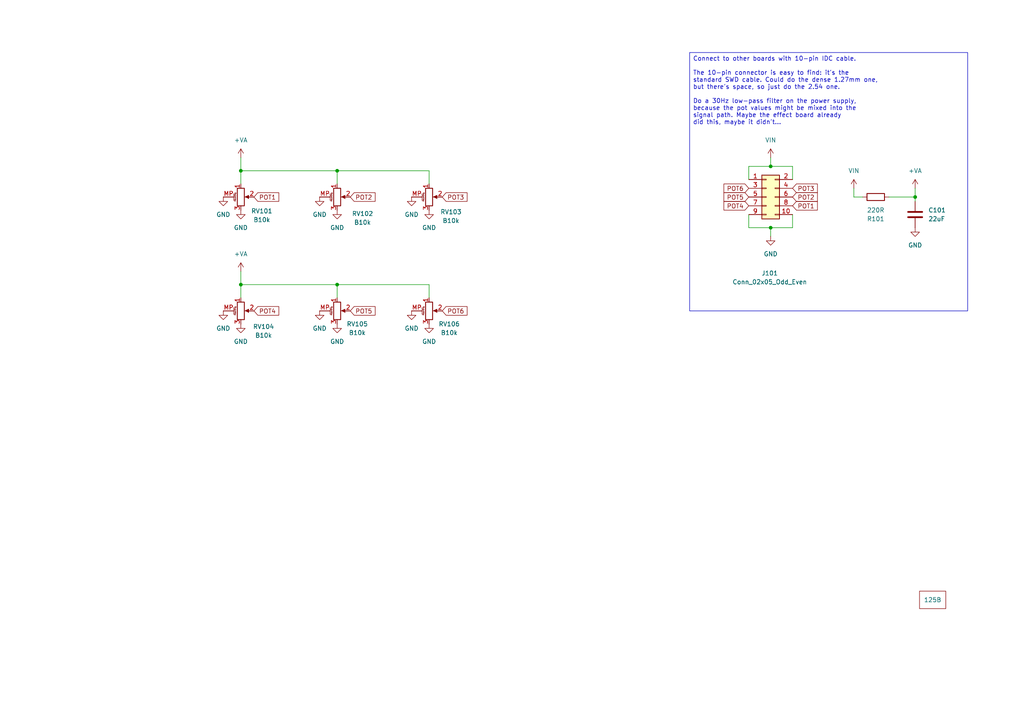
<source format=kicad_sch>
(kicad_sch (version 20250114) (generator "eeschema") (generator_version "9.0")
  (paper "A4")
  (lib_symbols
    (symbol "Connector_Generic:Conn_02x05_Odd_Even" (pin_names (offset 1.016) (hide yes))
      (property "Reference" "J" (at 1.27 7.62 0))
      (property "Value" "Conn_02x05_Odd_Even" (at 1.27 -7.62 0))
      (symbol "Conn_02x05_Odd_Even_1_1"
        (rectangle (start -1.27 6.35) (end 3.81 -6.35) (stroke (width 0.254)) (fill (type background)))
        (rectangle (start -1.27 5.207) (end 0 4.953) (stroke (width 0.1524)))
        (rectangle (start -1.27 2.667) (end 0 2.413) (stroke (width 0.1524)))
        (rectangle (start -1.27 0.127) (end 0 -0.127) (stroke (width 0.1524)))
        (rectangle (start -1.27 -2.413) (end 0 -2.667) (stroke (width 0.1524)))
        (rectangle (start -1.27 -4.953) (end 0 -5.207) (stroke (width 0.1524)))
        (rectangle (start 3.81 5.207) (end 2.54 4.953) (stroke (width 0.1524)))
        (rectangle (start 3.81 2.667) (end 2.54 2.413) (stroke (width 0.1524)))
        (rectangle (start 3.81 0.127) (end 2.54 -0.127) (stroke (width 0.1524)))
        (rectangle (start 3.81 -2.413) (end 2.54 -2.667) (stroke (width 0.1524)))
        (rectangle (start 3.81 -4.953) (end 2.54 -5.207) (stroke (width 0.1524)))
        (pin passive line (at -5.08 5.08 0) (length 3.81) (name "Pin_1") (number "1"))
        (pin passive line (at -5.08 2.54 0) (length 3.81) (name "Pin_3") (number "3"))
        (pin passive line (at -5.08 0 0) (length 3.81) (name "Pin_5") (number "5"))
        (pin passive line (at -5.08 -2.54 0) (length 3.81) (name "Pin_7") (number "7"))
        (pin passive line (at -5.08 -5.08 0) (length 3.81) (name "Pin_9") (number "9"))
        (pin passive line (at 7.62 5.08 180) (length 3.81) (name "Pin_2") (number "2"))
        (pin passive line (at 7.62 2.54 180) (length 3.81) (name "Pin_4") (number "4"))
        (pin passive line (at 7.62 0 180) (length 3.81) (name "Pin_6") (number "6"))
        (pin passive line (at 7.62 -2.54 180) (length 3.81) (name "Pin_8") (number "8"))
        (pin passive line (at 7.62 -5.08 180) (length 3.81) (name "Pin_10") (number "10"))
      )
    )
    (symbol "Device:C" (pin_numbers (hide yes)) (pin_names (offset 0.254))
      (property "Reference" "C" (at 0.635 2.54 0))
      (property "Value" "C" (at 0.635 -2.54 0))
      (symbol "C_0_1"
        (polyline (pts (xy -2.032 0.762) (xy 2.032 0.762)) (stroke (width 0.508)))
        (polyline (pts (xy -2.032 -0.762) (xy 2.032 -0.762)) (stroke (width 0.508)))
      )
      (symbol "C_1_1"
        (pin passive line (at 0 3.81 270) (length 2.794) (name "~") (number "1"))
        (pin passive line (at 0 -3.81 90) (length 2.794) (name "~") (number "2"))
      )
    )
    (symbol "Device:R" (pin_numbers (hide yes)) (pin_names (offset 0))
      (property "Reference" "R" (at 2.032 0 90))
      (property "Value" "R" (at 0 0 90))
      (symbol "R_0_1"
        (rectangle (start -1.016 -2.54) (end 1.016 2.54) (stroke (width 0.254)))
      )
      (symbol "R_1_1"
        (pin passive line (at 0 3.81 270) (length 1.27) (name "~") (number "1"))
        (pin passive line (at 0 -3.81 90) (length 1.27) (name "~") (number "2"))
      )
    )
    (symbol "Device:R_Potentiometer_MountingPin" (pin_names (offset 1.016) (hide yes))
      (property "Reference" "RV" (at -8.255 0 90))
      (property "Value" "R_Potentiometer_MountingPin" (at -6.35 0 90))
      (symbol "R_Potentiometer_MountingPin_0_1"
        (rectangle (start 1.016 2.54) (end -1.016 -2.54) (stroke (width 0.254)))
        (polyline (pts (xy 1.143 0) (xy 2.286 0.508) (xy 2.286 -0.508)) (fill (type outline)))
        (polyline (pts (xy 2.54 0) (xy 1.524 0)))
      )
      (symbol "R_Potentiometer_MountingPin_1_1"
        (polyline (pts (xy -2.032 1.016) (xy -2.032 -1.016)) (stroke (width 0.1524)))
        (text "Mounting" (at -1.651 0 900) (effects (font (size 0.381 0.381))))
        (pin passive line (at -5.08 0 0) (length 3.048) (name "MountPin") (number "MP"))
        (pin passive line (at 0 3.81 270) (length 1.27) (name "1") (number "1"))
        (pin passive line (at 0 -3.81 90) (length 1.27) (name "3") (number "3"))
        (pin passive line (at 3.81 0 180) (length 1.27) (name "2") (number "2"))
      )
    )
    (symbol "Mylib:Enclosure_125B" (exclude_from_sim yes) (in_bom no)
      (property "Reference" "Box" (at 0 0 0))
      (property "Value" "125B" (at 0 -2.54 0))
      (symbol "Enclosure_125B_0_1"
        (rectangle (start -3.81 1.27) (end 3.81 -3.81))
      )
    )
    (symbol "power:+3.3VA" (power) (pin_numbers (hide yes)) (pin_names (offset 0) (hide yes))
      (property "Value" "+3.3VA" (at 0 3.556 0))
      (symbol "+3.3VA_0_1"
        (polyline (pts (xy -0.762 1.27) (xy 0 2.54)))
        (polyline (pts (xy 0 2.54) (xy 0.762 1.27)))
        (polyline (pts (xy 0 0) (xy 0 2.54)))
      )
      (symbol "+3.3VA_1_1"
        (pin power_in line (at 0 0 90) (length 0) (name "~") (number "1"))
      )
    )
    (symbol "power:GND" (power) (pin_numbers (hide yes)) (pin_names (offset 0) (hide yes))
      (property "Value" "GND" (at 0 -3.81 0))
      (symbol "GND_0_1"
        (polyline (pts (xy 0 0) (xy 0 -1.27) (xy 1.27 -1.27) (xy 0 -2.54) (xy -1.27 -1.27) (xy 0 -1.27)))
      )
      (symbol "GND_1_1"
        (pin power_in line (at 0 0 270) (length 0) (name "~") (number "1"))
      )
    )
  )
  (text_box "Connect to other boards with 10-pin IDC cable.\n\nThe 10-pin connector is easy to find: it's the\nstandard SWD cable. Could do the dense 1.27mm one,\nbut there's space, so just do the 2.54 one.\n\nDo a 30Hz low-pass filter on the power supply,\nbecause the pot values might be mixed into the\nsignal path. Maybe the effect board already\ndid this, maybe it didn't..." (at 200.025 15.24 0) (size 80.645 74.93) (margins 0.9525 0.9525 0.9525 0.9525) (effects (font (size 1.27 1.27)) (justify left top)))
  (junction (at 223.52 66.04))
  (junction (at 223.52 48.26))
  (junction (at 265.43 57.15))
  (junction (at 97.79 49.53))
  (junction (at 69.85 49.53))
  (junction (at 97.79 82.55))
  (junction (at 69.85 82.55))
  (wire (pts (xy 69.85 82.55) (xy 69.85 86.36)))
  (wire (pts (xy 124.46 49.53) (xy 124.46 53.34)))
  (wire (pts (xy 69.85 78.74) (xy 69.85 82.55)))
  (wire (pts (xy 217.17 66.04) (xy 223.52 66.04)))
  (wire (pts (xy 223.52 66.04) (xy 229.87 66.04)))
  (wire (pts (xy 97.79 82.55) (xy 97.79 86.36)))
  (wire (pts (xy 69.85 49.53) (xy 69.85 53.34)))
  (wire (pts (xy 223.52 45.72) (xy 223.52 48.26)))
  (wire (pts (xy 229.87 62.23) (xy 229.87 66.04)))
  (wire (pts (xy 265.43 57.15) (xy 265.43 54.61)))
  (wire (pts (xy 97.79 49.53) (xy 124.46 49.53)))
  (wire (pts (xy 217.17 48.26) (xy 223.52 48.26)))
  (wire (pts (xy 217.17 62.23) (xy 217.17 66.04)))
  (wire (pts (xy 69.85 82.55) (xy 97.79 82.55)))
  (wire (pts (xy 124.46 82.55) (xy 124.46 86.36)))
  (wire (pts (xy 69.85 49.53) (xy 97.79 49.53)))
  (wire (pts (xy 223.52 66.04) (xy 223.52 68.58)))
  (wire (pts (xy 69.85 45.72) (xy 69.85 49.53)))
  (wire (pts (xy 257.81 57.15) (xy 265.43 57.15)))
  (wire (pts (xy 247.65 57.15) (xy 247.65 54.61)))
  (wire (pts (xy 97.79 49.53) (xy 97.79 53.34)))
  (wire (pts (xy 229.87 48.26) (xy 229.87 52.07)))
  (wire (pts (xy 250.19 57.15) (xy 247.65 57.15)))
  (wire (pts (xy 223.52 48.26) (xy 229.87 48.26)))
  (wire (pts (xy 97.79 82.55) (xy 124.46 82.55)))
  (wire (pts (xy 265.43 57.15) (xy 265.43 58.42)))
  (wire (pts (xy 217.17 52.07) (xy 217.17 48.26)))
  (global_label "POT6" (shape input) (at 128.27 90.17 0) (property "Intersheetrefs" "${INTERSHEET_REFS}" (effects (hide yes))))
  (global_label "POT2" (shape input) (at 101.6 57.15 0) (property "Intersheetrefs" "${INTERSHEET_REFS}" (effects (hide yes))))
  (global_label "POT3" (shape input) (at 128.27 57.15 0) (property "Intersheetrefs" "${INTERSHEET_REFS}" (effects (hide yes))))
  (global_label "POT4" (shape input) (at 73.66 90.17 0) (property "Intersheetrefs" "${INTERSHEET_REFS}" (effects (hide yes))))
  (global_label "POT3" (shape input) (at 229.87 54.61 0) (property "Intersheetrefs" "${INTERSHEET_REFS}" (effects (hide yes))))
  (global_label "POT5" (shape input) (at 217.17 57.15 180) (property "Intersheetrefs" "${INTERSHEET_REFS}" (effects (hide yes))))
  (global_label "POT2" (shape input) (at 229.87 57.15 0) (property "Intersheetrefs" "${INTERSHEET_REFS}" (effects (hide yes))))
  (global_label "POT1" (shape input) (at 229.87 59.69 0) (property "Intersheetrefs" "${INTERSHEET_REFS}" (effects (hide yes))))
  (global_label "POT5" (shape input) (at 101.6 90.17 0) (property "Intersheetrefs" "${INTERSHEET_REFS}" (effects (hide yes))))
  (global_label "POT6" (shape input) (at 217.17 54.61 180) (property "Intersheetrefs" "${INTERSHEET_REFS}" (effects (hide yes))))
  (global_label "POT4" (shape input) (at 217.17 59.69 180) (property "Intersheetrefs" "${INTERSHEET_REFS}" (effects (hide yes))))
  (global_label "POT1" (shape input) (at 73.66 57.15 0) (property "Intersheetrefs" "${INTERSHEET_REFS}" (effects (hide yes))))
  (symbol (lib_id "power:GND") (at 92.71 57.15 0) (unit 1)
    (property "Reference" "#PWR0106" (effects (hide yes)))
    (property "Value" "GND" (at 92.71 62.23 0))
    (property "Description" "Power symbol creates a global label with name \"GND\" , ground" (effects (hide yes)))
  )
  (symbol (lib_id "power:GND") (at 69.85 93.98 0) (unit 1)
    (property "Reference" "#PWR0117" (effects (hide yes)))
    (property "Value" "GND" (at 69.85 99.06 0))
    (property "Description" "Power symbol creates a global label with name \"GND\" , ground" (effects (hide yes)))
  )
  (symbol (lib_id "Mylib:Enclosure_125B") (at 270.51 172.72 0) (unit 1)
    (property "Reference" "Box101" (effects (hide yes)))
    (property "Value" "125B" (at 270.51 173.99 0))
    (property "Footprint" "Mylib:125B" (effects (hide yes)))
    (property "Description" "125B enclosure outline" (effects (hide yes)))
  )
  (symbol (lib_id "power:GND") (at 223.52 68.58 0) (unit 1)
    (property "Reference" "#PWR0112" (effects (hide yes)))
    (property "Value" "GND" (at 223.52 73.66 0))
    (property "Description" "Power symbol creates a global label with name \"GND\" , ground" (effects (hide yes)))
  )
  (symbol (lib_id "power:+3.3VA") (at 247.65 54.61 0) (unit 1)
    (property "Reference" "#PWR0103" (effects (hide yes)))
    (property "Value" "VIN" (at 247.65 49.53 0))
    (property "Description" "Power symbol creates a global label with name \"+3.3VA\"" (effects (hide yes)))
  )
  (symbol (lib_id "Device:C") (at 265.43 62.23 0) (unit 1)
    (property "Reference" "C101" (at 269.24 60.9599 0) (effects (justify left)))
    (property "Value" "22uF" (at 269.24 63.4999 0) (effects (justify left)))
    (property "Footprint" "Capacitor_SMD:C_1206_3216Metric" (effects (hide yes)))
    (property "Description" "Unpolarized capacitor" (effects (hide yes)))
  )
  (symbol (lib_id "power:GND") (at 97.79 60.96 0) (unit 1)
    (property "Reference" "#PWR0109" (effects (hide yes)))
    (property "Value" "GND" (at 97.79 66.04 0))
    (property "Description" "Power symbol creates a global label with name \"GND\" , ground" (effects (hide yes)))
  )
  (symbol (lib_id "power:GND") (at 265.43 66.04 0) (unit 1)
    (property "Reference" "#PWR0111" (effects (hide yes)))
    (property "Value" "GND" (at 265.43 71.12 0))
    (property "Description" "Power symbol creates a global label with name \"GND\" , ground" (effects (hide yes)))
  )
  (symbol (lib_id "power:GND") (at 97.79 93.98 0) (unit 1)
    (property "Reference" "#PWR0118" (effects (hide yes)))
    (property "Value" "GND" (at 97.79 99.06 0))
    (property "Description" "Power symbol creates a global label with name \"GND\" , ground" (effects (hide yes)))
  )
  (symbol (lib_id "power:+3.3VA") (at 69.85 78.74 0) (unit 1)
    (property "Reference" "#PWR0113" (effects (hide yes)))
    (property "Value" "+VA" (at 69.85 73.66 0))
    (property "Description" "Power symbol creates a global label with name \"+3.3VA\"" (effects (hide yes)))
  )
  (symbol (lib_id "Device:R_Potentiometer_MountingPin") (at 69.85 57.15 0) (unit 1)
    (property "Reference" "RV101" (at 75.946 61.214 0))
    (property "Value" "B10k" (at 75.946 63.754 0))
    (property "Footprint" "Mylib:Potentiometer_9mm_MP_Low_profile" (effects (hide yes)))
    (property "Description" "Potentiometer with a mounting pin" (effects (hide yes)))
  )
  (symbol (lib_id "power:GND") (at 92.71 90.17 0) (unit 1)
    (property "Reference" "#PWR0115" (effects (hide yes)))
    (property "Value" "GND" (at 92.71 95.25 0))
    (property "Description" "Power symbol creates a global label with name \"GND\" , ground" (effects (hide yes)))
  )
  (symbol (lib_id "power:GND") (at 119.38 90.17 0) (unit 1)
    (property "Reference" "#PWR0116" (effects (hide yes)))
    (property "Value" "GND" (at 119.38 95.25 0))
    (property "Description" "Power symbol creates a global label with name \"GND\" , ground" (effects (hide yes)))
  )
  (symbol (lib_id "power:GND") (at 119.38 57.15 0) (unit 1)
    (property "Reference" "#PWR0107" (effects (hide yes)))
    (property "Value" "GND" (at 119.38 62.23 0))
    (property "Description" "Power symbol creates a global label with name \"GND\" , ground" (effects (hide yes)))
  )
  (symbol (lib_id "power:GND") (at 124.46 93.98 0) (unit 1)
    (property "Reference" "#PWR0119" (effects (hide yes)))
    (property "Value" "GND" (at 124.46 99.06 0))
    (property "Description" "Power symbol creates a global label with name \"GND\" , ground" (effects (hide yes)))
  )
  (symbol (lib_id "power:+3.3VA") (at 265.43 54.61 0) (unit 1)
    (property "Reference" "#PWR0104" (effects (hide yes)))
    (property "Value" "+VA" (at 265.43 49.53 0))
    (property "Description" "Power symbol creates a global label with name \"+3.3VA\"" (effects (hide yes)))
  )
  (symbol (lib_id "power:GND") (at 124.46 60.96 0) (unit 1)
    (property "Reference" "#PWR0110" (effects (hide yes)))
    (property "Value" "GND" (at 124.46 66.04 0))
    (property "Description" "Power symbol creates a global label with name \"GND\" , ground" (effects (hide yes)))
  )
  (symbol (lib_id "power:GND") (at 69.85 60.96 0) (unit 1)
    (property "Reference" "#PWR0108" (effects (hide yes)))
    (property "Value" "GND" (at 69.85 66.04 0))
    (property "Description" "Power symbol creates a global label with name \"GND\" , ground" (effects (hide yes)))
  )
  (symbol (lib_id "power:+3.3VA") (at 69.85 45.72 0) (unit 1)
    (property "Reference" "#PWR0101" (effects (hide yes)))
    (property "Value" "+VA" (at 69.85 40.64 0))
    (property "Description" "Power symbol creates a global label with name \"+3.3VA\"" (effects (hide yes)))
  )
  (symbol (lib_id "Device:R_Potentiometer_MountingPin") (at 124.46 57.15 0) (unit 1)
    (property "Reference" "RV103" (at 130.81 61.468 0))
    (property "Value" "B10k" (at 130.81 64.008 0))
    (property "Footprint" "Mylib:Potentiometer_9mm_MP_Low_profile" (effects (hide yes)))
    (property "Description" "Potentiometer with a mounting pin" (effects (hide yes)))
  )
  (symbol (lib_id "Connector_Generic:Conn_02x05_Odd_Even") (at 222.25 57.15 0) (unit 1) (exclude_from_sim yes)
    (property "Reference" "J101" (at 223.266 79.248 0))
    (property "Value" "Conn_02x05_Odd_Even" (at 223.266 81.788 0))
    (property "Footprint" "Connector_PinHeader_1.27mm:PinHeader_2x05_P1.27mm_Vertical_SMD" (effects (hide yes)))
    (property "Description" "Generic connector, double row, 02x05, odd/even pin numbering scheme (row 1 odd numbers, row 2 even numbers), script generated (kicad-library-utils/schlib/autogen/connector/)" (effects (hide yes)))
  )
  (symbol (lib_id "Device:R_Potentiometer_MountingPin") (at 97.79 57.15 0) (unit 1)
    (property "Reference" "RV102" (at 105.156 61.976 0))
    (property "Value" "B10k" (at 105.156 64.516 0))
    (property "Footprint" "Mylib:Potentiometer_9mm_MP_Low_profile" (effects (hide yes)))
    (property "Description" "Potentiometer with a mounting pin" (effects (hide yes)))
  )
  (symbol (lib_id "power:+3.3VA") (at 223.52 45.72 0) (unit 1)
    (property "Reference" "#PWR0102" (effects (hide yes)))
    (property "Value" "VIN" (at 223.52 40.64 0))
    (property "Description" "Power symbol creates a global label with name \"+3.3VA\"" (effects (hide yes)))
  )
  (symbol (lib_id "Device:R") (at 254 57.15 90) (mirror x) (unit 1)
    (property "Reference" "R101" (at 254 63.5 90))
    (property "Value" "220R" (at 254 60.96 90))
    (property "Footprint" "Capacitor_SMD:C_0805_2012Metric" (effects (hide yes)))
    (property "Description" "Resistor" (effects (hide yes)))
  )
  (symbol (lib_id "Device:R_Potentiometer_MountingPin") (at 69.85 90.17 0) (unit 1)
    (property "Reference" "RV104" (at 76.454 94.742 0))
    (property "Value" "B10k" (at 76.454 97.282 0))
    (property "Footprint" "Mylib:Potentiometer_9mm_MP_Low_profile" (effects (hide yes)))
    (property "Description" "Potentiometer with a mounting pin" (effects (hide yes)))
  )
  (symbol (lib_id "power:GND") (at 64.77 57.15 0) (unit 1)
    (property "Reference" "#PWR0105" (effects (hide yes)))
    (property "Value" "GND" (at 64.77 62.23 0))
    (property "Description" "Power symbol creates a global label with name \"GND\" , ground" (effects (hide yes)))
  )
  (symbol (lib_id "Device:R_Potentiometer_MountingPin") (at 124.46 90.17 0) (unit 1)
    (property "Reference" "RV106" (at 130.302 93.98 0))
    (property "Value" "B10k" (at 130.302 96.52 0))
    (property "Footprint" "Mylib:Potentiometer_9mm_MP_Low_profile" (effects (hide yes)))
    (property "Description" "Potentiometer with a mounting pin" (effects (hide yes)))
  )
  (symbol (lib_id "Device:R_Potentiometer_MountingPin") (at 97.79 90.17 0) (unit 1)
    (property "Reference" "RV105" (at 103.632 93.98 0))
    (property "Value" "B10k" (at 103.632 96.52 0))
    (property "Footprint" "Mylib:Potentiometer_9mm_MP_Low_profile" (effects (hide yes)))
    (property "Description" "Potentiometer with a mounting pin" (effects (hide yes)))
  )
  (symbol (lib_id "power:GND") (at 64.77 90.17 0) (unit 1)
    (property "Reference" "#PWR0114" (effects (hide yes)))
    (property "Value" "GND" (at 64.77 95.25 0))
    (property "Description" "Power symbol creates a global label with name \"GND\" , ground" (effects (hide yes)))
  )
)
</source>
